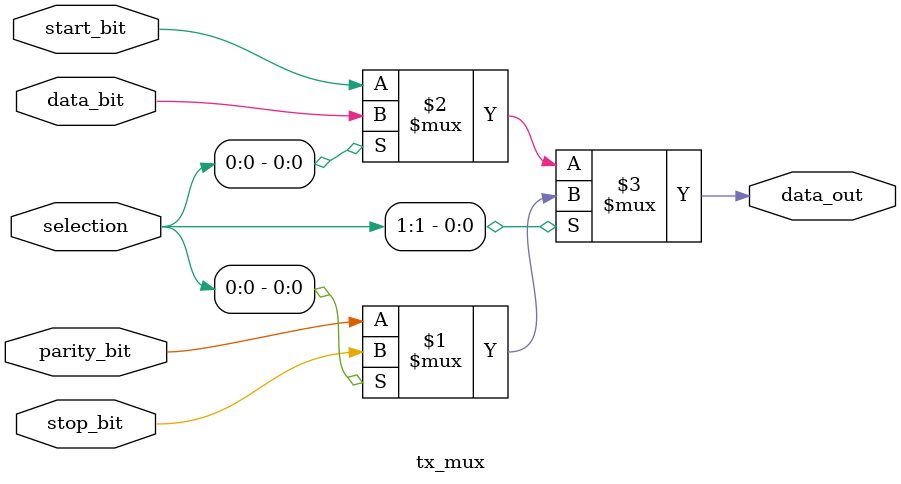
<source format=v>
module tx_mux(
	input [1:0] selection,
	input       start_bit,
	input       data_bit,
	input       parity_bit,
	input       stop_bit,
	output      data_out
);

	assign data_out = selection[1] ? (selection[0] ? stop_bit : parity_bit) : (selection[0] ? data_bit : start_bit);

endmodule 
</source>
